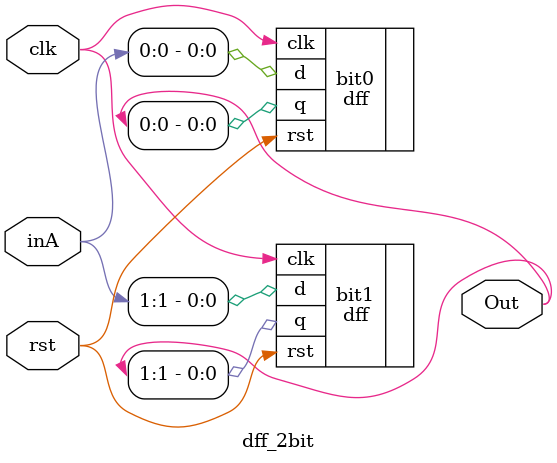
<source format=v>
module dff_2bit(inA, clk, rst, Out);
    input [1:0] inA;
    input clk, rst;
    output [1:0] Out;
    
    //output         q;
    //input          d;
    dff bit0(
        .q      (Out[0]), 
        .d      (inA[0]), 
        .clk    (clk), 
        .rst    (rst)
    );
    dff bit1(
        .q      (Out[1]), 
        .d      (inA[1]), 
        .clk    (clk), 
        .rst    (rst)
    );

endmodule

</source>
